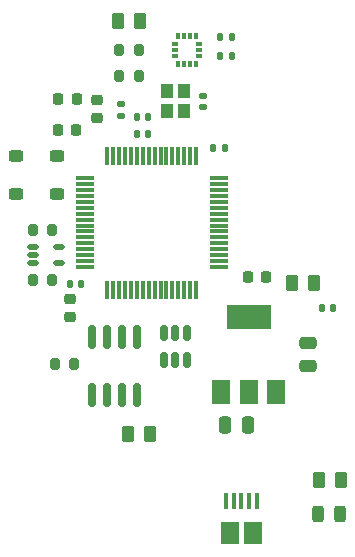
<source format=gtp>
G04 #@! TF.GenerationSoftware,KiCad,Pcbnew,9.0.0*
G04 #@! TF.CreationDate,2025-04-03T01:17:14-07:00*
G04 #@! TF.ProjectId,SDM25_IMU_STM32,53444d32-355f-4494-9d55-5f53544d3332,rev?*
G04 #@! TF.SameCoordinates,Original*
G04 #@! TF.FileFunction,Paste,Top*
G04 #@! TF.FilePolarity,Positive*
%FSLAX46Y46*%
G04 Gerber Fmt 4.6, Leading zero omitted, Abs format (unit mm)*
G04 Created by KiCad (PCBNEW 9.0.0) date 2025-04-03 01:17:14*
%MOMM*%
%LPD*%
G01*
G04 APERTURE LIST*
G04 Aperture macros list*
%AMRoundRect*
0 Rectangle with rounded corners*
0 $1 Rounding radius*
0 $2 $3 $4 $5 $6 $7 $8 $9 X,Y pos of 4 corners*
0 Add a 4 corners polygon primitive as box body*
4,1,4,$2,$3,$4,$5,$6,$7,$8,$9,$2,$3,0*
0 Add four circle primitives for the rounded corners*
1,1,$1+$1,$2,$3*
1,1,$1+$1,$4,$5*
1,1,$1+$1,$6,$7*
1,1,$1+$1,$8,$9*
0 Add four rect primitives between the rounded corners*
20,1,$1+$1,$2,$3,$4,$5,0*
20,1,$1+$1,$4,$5,$6,$7,0*
20,1,$1+$1,$6,$7,$8,$9,0*
20,1,$1+$1,$8,$9,$2,$3,0*%
G04 Aperture macros list end*
%ADD10RoundRect,0.140000X0.140000X0.170000X-0.140000X0.170000X-0.140000X-0.170000X0.140000X-0.170000X0*%
%ADD11RoundRect,0.245000X-0.380000X0.245000X-0.380000X-0.245000X0.380000X-0.245000X0.380000X0.245000X0*%
%ADD12R,0.400000X1.350000*%
%ADD13R,1.500000X1.900000*%
%ADD14RoundRect,0.225000X0.225000X0.250000X-0.225000X0.250000X-0.225000X-0.250000X0.225000X-0.250000X0*%
%ADD15RoundRect,0.200000X0.200000X0.275000X-0.200000X0.275000X-0.200000X-0.275000X0.200000X-0.275000X0*%
%ADD16RoundRect,0.140000X-0.140000X-0.170000X0.140000X-0.170000X0.140000X0.170000X-0.140000X0.170000X0*%
%ADD17RoundRect,0.225000X0.250000X-0.225000X0.250000X0.225000X-0.250000X0.225000X-0.250000X-0.225000X0*%
%ADD18RoundRect,0.250000X0.475000X-0.250000X0.475000X0.250000X-0.475000X0.250000X-0.475000X-0.250000X0*%
%ADD19RoundRect,0.140000X0.170000X-0.140000X0.170000X0.140000X-0.170000X0.140000X-0.170000X-0.140000X0*%
%ADD20RoundRect,0.250000X-0.262500X-0.450000X0.262500X-0.450000X0.262500X0.450000X-0.262500X0.450000X0*%
%ADD21RoundRect,0.218750X0.218750X0.256250X-0.218750X0.256250X-0.218750X-0.256250X0.218750X-0.256250X0*%
%ADD22RoundRect,0.250000X-0.250000X-0.475000X0.250000X-0.475000X0.250000X0.475000X-0.250000X0.475000X0*%
%ADD23RoundRect,0.075000X-0.075000X0.700000X-0.075000X-0.700000X0.075000X-0.700000X0.075000X0.700000X0*%
%ADD24RoundRect,0.075000X-0.700000X0.075000X-0.700000X-0.075000X0.700000X-0.075000X0.700000X0.075000X0*%
%ADD25RoundRect,0.150000X-0.150000X0.825000X-0.150000X-0.825000X0.150000X-0.825000X0.150000X0.825000X0*%
%ADD26RoundRect,0.150000X0.150000X-0.512500X0.150000X0.512500X-0.150000X0.512500X-0.150000X-0.512500X0*%
%ADD27R,1.000000X1.150000*%
%ADD28R,0.300000X0.480000*%
%ADD29R,0.480000X0.300000*%
%ADD30RoundRect,0.200000X-0.200000X-0.275000X0.200000X-0.275000X0.200000X0.275000X-0.200000X0.275000X0*%
%ADD31RoundRect,0.250000X0.262500X0.450000X-0.262500X0.450000X-0.262500X-0.450000X0.262500X-0.450000X0*%
%ADD32R,1.500000X2.000000*%
%ADD33R,3.800000X2.000000*%
%ADD34RoundRect,0.243750X-0.243750X-0.456250X0.243750X-0.456250X0.243750X0.456250X-0.243750X0.456250X0*%
%ADD35RoundRect,0.112500X-0.362500X-0.112500X0.362500X-0.112500X0.362500X0.112500X-0.362500X0.112500X0*%
G04 APERTURE END LIST*
D10*
X96680000Y-91025000D03*
X95720000Y-91025000D03*
D11*
X89000000Y-94390000D03*
X89000000Y-97610000D03*
D12*
X103300000Y-123537500D03*
X103950000Y-123537500D03*
X104600000Y-123537500D03*
X105250000Y-123537500D03*
X105900000Y-123537500D03*
D13*
X103600000Y-126237500D03*
X105600000Y-126237500D03*
D14*
X106675000Y-104600000D03*
X105125000Y-104600000D03*
D15*
X90425000Y-112000000D03*
X88775000Y-112000000D03*
D16*
X102220000Y-93700000D03*
X103180000Y-93700000D03*
D17*
X90100000Y-108025000D03*
X90100000Y-106475000D03*
D18*
X110200000Y-112125000D03*
X110200000Y-110225000D03*
D19*
X101350000Y-90230000D03*
X101350000Y-89270000D03*
D20*
X94187500Y-82950000D03*
X96012500Y-82950000D03*
D21*
X90660000Y-89575000D03*
X89085000Y-89575000D03*
D15*
X95925000Y-87600000D03*
X94275000Y-87600000D03*
D16*
X111420000Y-107250000D03*
X112380000Y-107250000D03*
D22*
X105150000Y-117175000D03*
D20*
X95012500Y-117875000D03*
X96837500Y-117875000D03*
D10*
X103780000Y-85900000D03*
X102820000Y-85900000D03*
D23*
X100750000Y-94325000D03*
X100250000Y-94325000D03*
X99750000Y-94325000D03*
X99250000Y-94325000D03*
X98750000Y-94325000D03*
X98250000Y-94325000D03*
X97750000Y-94325000D03*
X97250000Y-94325000D03*
X96750000Y-94325000D03*
X96250000Y-94325000D03*
X95750000Y-94325000D03*
X95250000Y-94325000D03*
X94750000Y-94325000D03*
X94250000Y-94325000D03*
X93750000Y-94325000D03*
X93250000Y-94325000D03*
D24*
X91325000Y-96250000D03*
X91325000Y-96750000D03*
X91325000Y-97250000D03*
X91325000Y-97750000D03*
X91325000Y-98250000D03*
X91325000Y-98750000D03*
X91325000Y-99250000D03*
X91325000Y-99750000D03*
X91325000Y-100250000D03*
X91325000Y-100750000D03*
X91325000Y-101250000D03*
X91325000Y-101750000D03*
X91325000Y-102250000D03*
X91325000Y-102750000D03*
X91325000Y-103250000D03*
X91325000Y-103750000D03*
D23*
X93750000Y-105675000D03*
X94250000Y-105675000D03*
X94750000Y-105675000D03*
X95250000Y-105675000D03*
X95750000Y-105675000D03*
X96250000Y-105675000D03*
X96750000Y-105675000D03*
X97250000Y-105675000D03*
X97750000Y-105675000D03*
X98250000Y-105675000D03*
X98750000Y-105675000D03*
X99250000Y-105675000D03*
X99750000Y-105675000D03*
X100250000Y-105675000D03*
X100750000Y-105675000D03*
D24*
X102675000Y-103750000D03*
X102675000Y-103250000D03*
X102675000Y-102750000D03*
X102675000Y-102250000D03*
X102675000Y-101750000D03*
X102675000Y-101250000D03*
X102675000Y-100750000D03*
X102675000Y-100250000D03*
X102675000Y-99750000D03*
X102675000Y-99250000D03*
X102675000Y-98750000D03*
X102675000Y-98250000D03*
X102675000Y-97750000D03*
X102675000Y-97250000D03*
X102675000Y-96750000D03*
X102675000Y-96250000D03*
D23*
X93250000Y-105675000D03*
D11*
X85500000Y-94390000D03*
X85500000Y-97610000D03*
D25*
X95765000Y-109675000D03*
X94495000Y-109675000D03*
X93225000Y-109675000D03*
X91955000Y-109675000D03*
X91955000Y-114625000D03*
X93225000Y-114625000D03*
X94495000Y-114625000D03*
X95765000Y-114625000D03*
D14*
X90597500Y-92175000D03*
X89047500Y-92175000D03*
D26*
X98050000Y-111637500D03*
X99000000Y-111637500D03*
X99950000Y-111637500D03*
X99950000Y-109362500D03*
X99000000Y-109362500D03*
X98050000Y-109362500D03*
D27*
X99725000Y-90575000D03*
X99725000Y-88825000D03*
X98325000Y-88825000D03*
X98325000Y-90575000D03*
D28*
X99250000Y-86562500D03*
X99750000Y-86562500D03*
X100250000Y-86562500D03*
X100750000Y-86562500D03*
D29*
X101000000Y-85900000D03*
X101000000Y-85400000D03*
X101000000Y-84900000D03*
D28*
X100750000Y-84237500D03*
X100250000Y-84237500D03*
X99750000Y-84237500D03*
X99250000Y-84237500D03*
D29*
X99000000Y-84900000D03*
X99000000Y-85400000D03*
X99000000Y-85900000D03*
D30*
X86950000Y-100625000D03*
X88600000Y-100625000D03*
D31*
X113012500Y-121800000D03*
X111187500Y-121800000D03*
D16*
X90070000Y-105200000D03*
X91030000Y-105200000D03*
X95720000Y-92500000D03*
X96680000Y-92500000D03*
X102820000Y-84250000D03*
X103780000Y-84250000D03*
D22*
X103250000Y-117175000D03*
D15*
X95925000Y-85400000D03*
X94275000Y-85400000D03*
D32*
X102900000Y-114325000D03*
X105200000Y-114325000D03*
D33*
X105200000Y-108025000D03*
D32*
X107500000Y-114325000D03*
D31*
X110712500Y-105100000D03*
X108887500Y-105100000D03*
D19*
X94422500Y-90955000D03*
X94422500Y-89995000D03*
D34*
X111062500Y-124700000D03*
X112937500Y-124700000D03*
D30*
X86950000Y-104900000D03*
X88600000Y-104900000D03*
D17*
X92372500Y-91150000D03*
X92372500Y-89600000D03*
D22*
X103250000Y-117175000D03*
X105150000Y-117175000D03*
D35*
X86957192Y-102100000D03*
X86957192Y-102750000D03*
X86957192Y-103400000D03*
X89157192Y-103400000D03*
X89157192Y-102100000D03*
M02*

</source>
